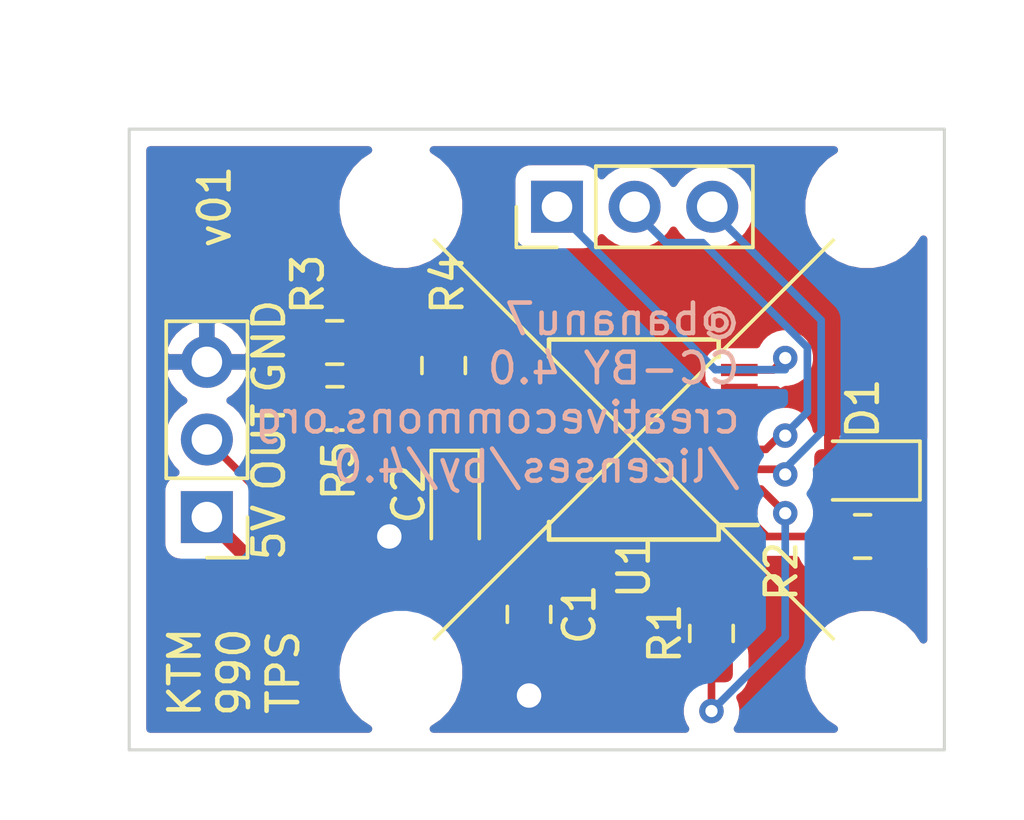
<source format=kicad_pcb>
(kicad_pcb (version 20171130) (host pcbnew "(5.1.6)-1")

  (general
    (thickness 1.6)
    (drawings 12)
    (tracks 64)
    (zones 0)
    (modules 15)
    (nets 18)
  )

  (page A4)
  (title_block
    (title "KTM 990 TPS")
    (rev v01)
    (comment 2 creativecommons.org/licenses/by/4.0)
    (comment 3 "Licence: CC BY 4.0")
    (comment 4 "Author: Bartek Banachewicz")
  )

  (layers
    (0 F.Cu signal)
    (31 B.Cu signal)
    (32 B.Adhes user)
    (33 F.Adhes user)
    (34 B.Paste user)
    (35 F.Paste user)
    (36 B.SilkS user)
    (37 F.SilkS user)
    (38 B.Mask user)
    (39 F.Mask user)
    (40 Dwgs.User user)
    (41 Cmts.User user)
    (42 Eco1.User user)
    (43 Eco2.User user)
    (44 Edge.Cuts user)
    (45 Margin user)
    (46 B.CrtYd user)
    (47 F.CrtYd user)
    (48 B.Fab user)
    (49 F.Fab user)
  )

  (setup
    (last_trace_width 0.25)
    (user_trace_width 0.5)
    (trace_clearance 0.2)
    (zone_clearance 0.508)
    (zone_45_only no)
    (trace_min 0.2)
    (via_size 0.8)
    (via_drill 0.4)
    (via_min_size 0.4)
    (via_min_drill 0.3)
    (uvia_size 0.3)
    (uvia_drill 0.1)
    (uvias_allowed no)
    (uvia_min_size 0.2)
    (uvia_min_drill 0.1)
    (edge_width 0.05)
    (segment_width 0.2)
    (pcb_text_width 0.3)
    (pcb_text_size 1.5 1.5)
    (mod_edge_width 0.12)
    (mod_text_size 1 1)
    (mod_text_width 0.15)
    (pad_size 1.524 1.524)
    (pad_drill 0.762)
    (pad_to_mask_clearance 0.05)
    (aux_axis_origin 0 0)
    (visible_elements 7FFFFFFF)
    (pcbplotparams
      (layerselection 0x010fc_ffffffff)
      (usegerberextensions false)
      (usegerberattributes true)
      (usegerberadvancedattributes true)
      (creategerberjobfile true)
      (excludeedgelayer true)
      (linewidth 0.100000)
      (plotframeref false)
      (viasonmask false)
      (mode 1)
      (useauxorigin false)
      (hpglpennumber 1)
      (hpglpenspeed 20)
      (hpglpendiameter 15.000000)
      (psnegative false)
      (psa4output false)
      (plotreference true)
      (plotvalue true)
      (plotinvisibletext false)
      (padsonsilk false)
      (subtractmaskfromsilk false)
      (outputformat 1)
      (mirror false)
      (drillshape 1)
      (scaleselection 1)
      (outputdirectory ""))
  )

  (net 0 "")
  (net 1 +5V)
  (net 2 GND)
  (net 3 TPS_OUT)
  (net 4 "Net-(U1-Pad5)")
  (net 5 "Net-(U1-Pad6)")
  (net 6 "Net-(U1-Pad9)")
  (net 7 "Net-(U1-Pad10)")
  (net 8 "Net-(U1-Pad13)")
  (net 9 "Net-(U1-Pad14)")
  (net 10 "Net-(C2-Pad1)")
  (net 11 "Net-(R1-Pad2)")
  (net 12 "Net-(D1-Pad1)")
  (net 13 "Net-(R2-Pad2)")
  (net 14 "Net-(R3-Pad2)")
  (net 15 CS)
  (net 16 PROG)
  (net 17 CLK)

  (net_class Default "This is the default net class."
    (clearance 0.2)
    (trace_width 0.25)
    (via_dia 0.8)
    (via_drill 0.4)
    (uvia_dia 0.3)
    (uvia_drill 0.1)
    (add_net +5V)
    (add_net CLK)
    (add_net CS)
    (add_net GND)
    (add_net "Net-(C2-Pad1)")
    (add_net "Net-(D1-Pad1)")
    (add_net "Net-(R1-Pad2)")
    (add_net "Net-(R2-Pad2)")
    (add_net "Net-(R3-Pad2)")
    (add_net "Net-(U1-Pad10)")
    (add_net "Net-(U1-Pad13)")
    (add_net "Net-(U1-Pad14)")
    (add_net "Net-(U1-Pad5)")
    (add_net "Net-(U1-Pad6)")
    (add_net "Net-(U1-Pad9)")
    (add_net PROG)
    (add_net TPS_OUT)
  )

  (module Connector_PinHeader_2.54mm:PinHeader_1x03_P2.54mm_Vertical (layer F.Cu) (tedit 59FED5CC) (tstamp 5FFCAA88)
    (at 137.1854 71.12 90)
    (descr "Through hole straight pin header, 1x03, 2.54mm pitch, single row")
    (tags "Through hole pin header THT 1x03 2.54mm single row")
    (path /5FFE51CC)
    (fp_text reference J2 (at -2.159 2.667 90) (layer F.SilkS) hide
      (effects (font (size 1 1) (thickness 0.15)))
    )
    (fp_text value Conn_01x03_Male (at 0 7.41 90) (layer F.Fab)
      (effects (font (size 1 1) (thickness 0.15)))
    )
    (fp_text user %R (at 0 2.54) (layer F.Fab)
      (effects (font (size 1 1) (thickness 0.15)))
    )
    (fp_line (start -0.635 -1.27) (end 1.27 -1.27) (layer F.Fab) (width 0.1))
    (fp_line (start 1.27 -1.27) (end 1.27 6.35) (layer F.Fab) (width 0.1))
    (fp_line (start 1.27 6.35) (end -1.27 6.35) (layer F.Fab) (width 0.1))
    (fp_line (start -1.27 6.35) (end -1.27 -0.635) (layer F.Fab) (width 0.1))
    (fp_line (start -1.27 -0.635) (end -0.635 -1.27) (layer F.Fab) (width 0.1))
    (fp_line (start -1.33 6.41) (end 1.33 6.41) (layer F.SilkS) (width 0.12))
    (fp_line (start -1.33 1.27) (end -1.33 6.41) (layer F.SilkS) (width 0.12))
    (fp_line (start 1.33 1.27) (end 1.33 6.41) (layer F.SilkS) (width 0.12))
    (fp_line (start -1.33 1.27) (end 1.33 1.27) (layer F.SilkS) (width 0.12))
    (fp_line (start -1.33 0) (end -1.33 -1.33) (layer F.SilkS) (width 0.12))
    (fp_line (start -1.33 -1.33) (end 0 -1.33) (layer F.SilkS) (width 0.12))
    (fp_line (start -1.8 -1.8) (end -1.8 6.85) (layer F.CrtYd) (width 0.05))
    (fp_line (start -1.8 6.85) (end 1.8 6.85) (layer F.CrtYd) (width 0.05))
    (fp_line (start 1.8 6.85) (end 1.8 -1.8) (layer F.CrtYd) (width 0.05))
    (fp_line (start 1.8 -1.8) (end -1.8 -1.8) (layer F.CrtYd) (width 0.05))
    (pad 3 thru_hole oval (at 0 5.08 90) (size 1.7 1.7) (drill 1) (layers *.Cu *.Mask)
      (net 15 CS))
    (pad 2 thru_hole oval (at 0 2.54 90) (size 1.7 1.7) (drill 1) (layers *.Cu *.Mask)
      (net 17 CLK))
    (pad 1 thru_hole rect (at 0 0 90) (size 1.7 1.7) (drill 1) (layers *.Cu *.Mask)
      (net 16 PROG))
    (model ${KISYS3DMOD}/Connector_PinHeader_2.54mm.3dshapes/PinHeader_1x03_P2.54mm_Vertical.wrl
      (at (xyz 0 0 0))
      (scale (xyz 1 1 1))
      (rotate (xyz 0 0 0))
    )
  )

  (module Capacitor_SMD:C_0805_2012Metric_Pad1.15x1.40mm_HandSolder (layer F.Cu) (tedit 5B36C52B) (tstamp 5FFACF0E)
    (at 136.271 84.464 270)
    (descr "Capacitor SMD 0805 (2012 Metric), square (rectangular) end terminal, IPC_7351 nominal with elongated pad for handsoldering. (Body size source: https://docs.google.com/spreadsheets/d/1BsfQQcO9C6DZCsRaXUlFlo91Tg2WpOkGARC1WS5S8t0/edit?usp=sharing), generated with kicad-footprint-generator")
    (tags "capacitor handsolder")
    (path /5FFA7084)
    (attr smd)
    (fp_text reference C1 (at 0 -1.65 90) (layer F.SilkS)
      (effects (font (size 1 1) (thickness 0.15)))
    )
    (fp_text value 100n (at 0 1.65 90) (layer F.Fab)
      (effects (font (size 1 1) (thickness 0.15)))
    )
    (fp_line (start -1 0.6) (end -1 -0.6) (layer F.Fab) (width 0.1))
    (fp_line (start -1 -0.6) (end 1 -0.6) (layer F.Fab) (width 0.1))
    (fp_line (start 1 -0.6) (end 1 0.6) (layer F.Fab) (width 0.1))
    (fp_line (start 1 0.6) (end -1 0.6) (layer F.Fab) (width 0.1))
    (fp_line (start -0.261252 -0.71) (end 0.261252 -0.71) (layer F.SilkS) (width 0.12))
    (fp_line (start -0.261252 0.71) (end 0.261252 0.71) (layer F.SilkS) (width 0.12))
    (fp_line (start -1.85 0.95) (end -1.85 -0.95) (layer F.CrtYd) (width 0.05))
    (fp_line (start -1.85 -0.95) (end 1.85 -0.95) (layer F.CrtYd) (width 0.05))
    (fp_line (start 1.85 -0.95) (end 1.85 0.95) (layer F.CrtYd) (width 0.05))
    (fp_line (start 1.85 0.95) (end -1.85 0.95) (layer F.CrtYd) (width 0.05))
    (fp_text user %R (at 0 0 90) (layer F.Fab)
      (effects (font (size 0.5 0.5) (thickness 0.08)))
    )
    (pad 1 smd roundrect (at -1.025 0 270) (size 1.15 1.4) (layers F.Cu F.Paste F.Mask) (roundrect_rratio 0.217391)
      (net 1 +5V))
    (pad 2 smd roundrect (at 1.025 0 270) (size 1.15 1.4) (layers F.Cu F.Paste F.Mask) (roundrect_rratio 0.217391)
      (net 2 GND))
    (model ${KISYS3DMOD}/Capacitor_SMD.3dshapes/C_0805_2012Metric.wrl
      (at (xyz 0 0 0))
      (scale (xyz 1 1 1))
      (rotate (xyz 0 0 0))
    )
  )

  (module Capacitor_Tantalum_SMD:CP_EIA-2012-15_AVX-P_Pad1.30x1.05mm_HandSolder (layer F.Cu) (tedit 5B301BBE) (tstamp 5FFAD90E)
    (at 133.858 80.985 270)
    (descr "Tantalum Capacitor SMD AVX-P (2012-15 Metric), IPC_7351 nominal, (Body size from: https://www.vishay.com/docs/40182/tmch.pdf), generated with kicad-footprint-generator")
    (tags "capacitor tantalum")
    (path /5FFC18EB)
    (attr smd)
    (fp_text reference C2 (at -0.467 1.524 90) (layer F.SilkS)
      (effects (font (size 1 1) (thickness 0.15)))
    )
    (fp_text value 1...10uF (at 0 1.58 90) (layer F.Fab)
      (effects (font (size 1 1) (thickness 0.15)))
    )
    (fp_line (start 1 -0.625) (end -0.6875 -0.625) (layer F.Fab) (width 0.1))
    (fp_line (start -0.6875 -0.625) (end -1 -0.3125) (layer F.Fab) (width 0.1))
    (fp_line (start -1 -0.3125) (end -1 0.625) (layer F.Fab) (width 0.1))
    (fp_line (start -1 0.625) (end 1 0.625) (layer F.Fab) (width 0.1))
    (fp_line (start 1 0.625) (end 1 -0.625) (layer F.Fab) (width 0.1))
    (fp_line (start 1 -0.785) (end -1.885 -0.785) (layer F.SilkS) (width 0.12))
    (fp_line (start -1.885 -0.785) (end -1.885 0.785) (layer F.SilkS) (width 0.12))
    (fp_line (start -1.885 0.785) (end 1 0.785) (layer F.SilkS) (width 0.12))
    (fp_line (start -1.88 0.88) (end -1.88 -0.88) (layer F.CrtYd) (width 0.05))
    (fp_line (start -1.88 -0.88) (end 1.88 -0.88) (layer F.CrtYd) (width 0.05))
    (fp_line (start 1.88 -0.88) (end 1.88 0.88) (layer F.CrtYd) (width 0.05))
    (fp_line (start 1.88 0.88) (end -1.88 0.88) (layer F.CrtYd) (width 0.05))
    (fp_text user %R (at 0 0 90) (layer F.Fab)
      (effects (font (size 0.5 0.5) (thickness 0.08)))
    )
    (pad 2 smd roundrect (at 0.975 0 270) (size 1.3 1.05) (layers F.Cu F.Paste F.Mask) (roundrect_rratio 0.238095)
      (net 2 GND))
    (pad 1 smd roundrect (at -0.975 0 270) (size 1.3 1.05) (layers F.Cu F.Paste F.Mask) (roundrect_rratio 0.238095)
      (net 10 "Net-(C2-Pad1)"))
    (model ${KISYS3DMOD}/Capacitor_Tantalum_SMD.3dshapes/CP_EIA-2012-15_AVX-P.wrl
      (at (xyz 0 0 0))
      (scale (xyz 1 1 1))
      (rotate (xyz 0 0 0))
    )
  )

  (module Resistor_SMD:R_0805_2012Metric_Pad1.15x1.40mm_HandSolder (layer F.Cu) (tedit 5B36C52B) (tstamp 5FFAFDD2)
    (at 133.477 76.318 270)
    (descr "Resistor SMD 0805 (2012 Metric), square (rectangular) end terminal, IPC_7351 nominal with elongated pad for handsoldering. (Body size source: https://docs.google.com/spreadsheets/d/1BsfQQcO9C6DZCsRaXUlFlo91Tg2WpOkGARC1WS5S8t0/edit?usp=sharing), generated with kicad-footprint-generator")
    (tags "resistor handsolder")
    (path /5FFEB5C5)
    (attr smd)
    (fp_text reference R4 (at -2.658 -0.127 90) (layer F.SilkS)
      (effects (font (size 1 1) (thickness 0.15)))
    )
    (fp_text value "2.8k 1%" (at 0 1.65 90) (layer F.Fab)
      (effects (font (size 1 1) (thickness 0.15)))
    )
    (fp_line (start 1.85 0.95) (end -1.85 0.95) (layer F.CrtYd) (width 0.05))
    (fp_line (start 1.85 -0.95) (end 1.85 0.95) (layer F.CrtYd) (width 0.05))
    (fp_line (start -1.85 -0.95) (end 1.85 -0.95) (layer F.CrtYd) (width 0.05))
    (fp_line (start -1.85 0.95) (end -1.85 -0.95) (layer F.CrtYd) (width 0.05))
    (fp_line (start -0.261252 0.71) (end 0.261252 0.71) (layer F.SilkS) (width 0.12))
    (fp_line (start -0.261252 -0.71) (end 0.261252 -0.71) (layer F.SilkS) (width 0.12))
    (fp_line (start 1 0.6) (end -1 0.6) (layer F.Fab) (width 0.1))
    (fp_line (start 1 -0.6) (end 1 0.6) (layer F.Fab) (width 0.1))
    (fp_line (start -1 -0.6) (end 1 -0.6) (layer F.Fab) (width 0.1))
    (fp_line (start -1 0.6) (end -1 -0.6) (layer F.Fab) (width 0.1))
    (fp_text user %R (at 0 0 90) (layer F.Fab)
      (effects (font (size 0.5 0.5) (thickness 0.08)))
    )
    (pad 2 smd roundrect (at 1.025 0 270) (size 1.15 1.4) (layers F.Cu F.Paste F.Mask) (roundrect_rratio 0.217391)
      (net 3 TPS_OUT))
    (pad 1 smd roundrect (at -1.025 0 270) (size 1.15 1.4) (layers F.Cu F.Paste F.Mask) (roundrect_rratio 0.217391)
      (net 14 "Net-(R3-Pad2)"))
    (model ${KISYS3DMOD}/Resistor_SMD.3dshapes/R_0805_2012Metric.wrl
      (at (xyz 0 0 0))
      (scale (xyz 1 1 1))
      (rotate (xyz 0 0 0))
    )
  )

  (module Resistor_SMD:R_0805_2012Metric_Pad1.15x1.40mm_HandSolder (layer F.Cu) (tedit 5B36C52B) (tstamp 5FFAFDC1)
    (at 129.912 75.565)
    (descr "Resistor SMD 0805 (2012 Metric), square (rectangular) end terminal, IPC_7351 nominal with elongated pad for handsoldering. (Body size source: https://docs.google.com/spreadsheets/d/1BsfQQcO9C6DZCsRaXUlFlo91Tg2WpOkGARC1WS5S8t0/edit?usp=sharing), generated with kicad-footprint-generator")
    (tags "resistor handsolder")
    (path /5FFF43E3)
    (attr smd)
    (fp_text reference R3 (at -0.88 -1.905 90) (layer F.SilkS)
      (effects (font (size 1 1) (thickness 0.15)))
    )
    (fp_text value "10k 1%" (at 0 1.65) (layer F.Fab)
      (effects (font (size 1 1) (thickness 0.15)))
    )
    (fp_line (start 1.85 0.95) (end -1.85 0.95) (layer F.CrtYd) (width 0.05))
    (fp_line (start 1.85 -0.95) (end 1.85 0.95) (layer F.CrtYd) (width 0.05))
    (fp_line (start -1.85 -0.95) (end 1.85 -0.95) (layer F.CrtYd) (width 0.05))
    (fp_line (start -1.85 0.95) (end -1.85 -0.95) (layer F.CrtYd) (width 0.05))
    (fp_line (start -0.261252 0.71) (end 0.261252 0.71) (layer F.SilkS) (width 0.12))
    (fp_line (start -0.261252 -0.71) (end 0.261252 -0.71) (layer F.SilkS) (width 0.12))
    (fp_line (start 1 0.6) (end -1 0.6) (layer F.Fab) (width 0.1))
    (fp_line (start 1 -0.6) (end 1 0.6) (layer F.Fab) (width 0.1))
    (fp_line (start -1 -0.6) (end 1 -0.6) (layer F.Fab) (width 0.1))
    (fp_line (start -1 0.6) (end -1 -0.6) (layer F.Fab) (width 0.1))
    (fp_text user %R (at 0 0) (layer F.Fab)
      (effects (font (size 0.5 0.5) (thickness 0.08)))
    )
    (pad 2 smd roundrect (at 1.025 0) (size 1.15 1.4) (layers F.Cu F.Paste F.Mask) (roundrect_rratio 0.217391)
      (net 14 "Net-(R3-Pad2)"))
    (pad 1 smd roundrect (at -1.025 0) (size 1.15 1.4) (layers F.Cu F.Paste F.Mask) (roundrect_rratio 0.217391)
      (net 2 GND))
    (model ${KISYS3DMOD}/Resistor_SMD.3dshapes/R_0805_2012Metric.wrl
      (at (xyz 0 0 0))
      (scale (xyz 1 1 1))
      (rotate (xyz 0 0 0))
    )
  )

  (module Connector_PinHeader_2.54mm:PinHeader_1x03_P2.54mm_Vertical (layer F.Cu) (tedit 59FED5CC) (tstamp 5FFCACFD)
    (at 125.73 81.28 180)
    (descr "Through hole straight pin header, 1x03, 2.54mm pitch, single row")
    (tags "Through hole pin header THT 1x03 2.54mm single row")
    (path /5FFACE3B)
    (fp_text reference J1 (at 0 -2.33 90) (layer F.SilkS) hide
      (effects (font (size 1 1) (thickness 0.15)))
    )
    (fp_text value Conn_01x03_Male (at 0 7.41) (layer F.Fab)
      (effects (font (size 1 1) (thickness 0.15)))
    )
    (fp_text user %R (at 0 2.54) (layer F.Fab)
      (effects (font (size 1 1) (thickness 0.15)))
    )
    (fp_line (start -0.635 -1.27) (end 1.27 -1.27) (layer F.Fab) (width 0.1))
    (fp_line (start 1.27 -1.27) (end 1.27 6.35) (layer F.Fab) (width 0.1))
    (fp_line (start 1.27 6.35) (end -1.27 6.35) (layer F.Fab) (width 0.1))
    (fp_line (start -1.27 6.35) (end -1.27 -0.635) (layer F.Fab) (width 0.1))
    (fp_line (start -1.27 -0.635) (end -0.635 -1.27) (layer F.Fab) (width 0.1))
    (fp_line (start -1.33 6.41) (end 1.33 6.41) (layer F.SilkS) (width 0.12))
    (fp_line (start -1.33 1.27) (end -1.33 6.41) (layer F.SilkS) (width 0.12))
    (fp_line (start 1.33 1.27) (end 1.33 6.41) (layer F.SilkS) (width 0.12))
    (fp_line (start -1.33 1.27) (end 1.33 1.27) (layer F.SilkS) (width 0.12))
    (fp_line (start -1.33 0) (end -1.33 -1.33) (layer F.SilkS) (width 0.12))
    (fp_line (start -1.33 -1.33) (end 0 -1.33) (layer F.SilkS) (width 0.12))
    (fp_line (start -1.8 -1.8) (end -1.8 6.85) (layer F.CrtYd) (width 0.05))
    (fp_line (start -1.8 6.85) (end 1.8 6.85) (layer F.CrtYd) (width 0.05))
    (fp_line (start 1.8 6.85) (end 1.8 -1.8) (layer F.CrtYd) (width 0.05))
    (fp_line (start 1.8 -1.8) (end -1.8 -1.8) (layer F.CrtYd) (width 0.05))
    (pad 3 thru_hole oval (at 0 5.08 180) (size 1.7 1.7) (drill 1) (layers *.Cu *.Mask)
      (net 2 GND))
    (pad 2 thru_hole oval (at 0 2.54 180) (size 1.7 1.7) (drill 1) (layers *.Cu *.Mask)
      (net 3 TPS_OUT))
    (pad 1 thru_hole rect (at 0 0 180) (size 1.7 1.7) (drill 1) (layers *.Cu *.Mask)
      (net 1 +5V))
    (model ${KISYS3DMOD}/Connector_PinHeader_2.54mm.3dshapes/PinHeader_1x03_P2.54mm_Vertical.wrl
      (at (xyz 0 0 0))
      (scale (xyz 1 1 1))
      (rotate (xyz 0 0 0))
    )
  )

  (module Resistor_SMD:R_0805_2012Metric_Pad1.15x1.40mm_HandSolder (layer F.Cu) (tedit 5B36C52B) (tstamp 5FFAFDE3)
    (at 129.921 77.724)
    (descr "Resistor SMD 0805 (2012 Metric), square (rectangular) end terminal, IPC_7351 nominal with elongated pad for handsoldering. (Body size source: https://docs.google.com/spreadsheets/d/1BsfQQcO9C6DZCsRaXUlFlo91Tg2WpOkGARC1WS5S8t0/edit?usp=sharing), generated with kicad-footprint-generator")
    (tags "resistor handsolder")
    (path /5FFF8541)
    (attr smd)
    (fp_text reference R5 (at 0.127 2.032 90) (layer F.SilkS)
      (effects (font (size 1 1) (thickness 0.15)))
    )
    (fp_text value 0-DNP (at 0 1.65) (layer F.Fab)
      (effects (font (size 1 1) (thickness 0.15)))
    )
    (fp_line (start 1.85 0.95) (end -1.85 0.95) (layer F.CrtYd) (width 0.05))
    (fp_line (start 1.85 -0.95) (end 1.85 0.95) (layer F.CrtYd) (width 0.05))
    (fp_line (start -1.85 -0.95) (end 1.85 -0.95) (layer F.CrtYd) (width 0.05))
    (fp_line (start -1.85 0.95) (end -1.85 -0.95) (layer F.CrtYd) (width 0.05))
    (fp_line (start -0.261252 0.71) (end 0.261252 0.71) (layer F.SilkS) (width 0.12))
    (fp_line (start -0.261252 -0.71) (end 0.261252 -0.71) (layer F.SilkS) (width 0.12))
    (fp_line (start 1 0.6) (end -1 0.6) (layer F.Fab) (width 0.1))
    (fp_line (start 1 -0.6) (end 1 0.6) (layer F.Fab) (width 0.1))
    (fp_line (start -1 -0.6) (end 1 -0.6) (layer F.Fab) (width 0.1))
    (fp_line (start -1 0.6) (end -1 -0.6) (layer F.Fab) (width 0.1))
    (fp_text user %R (at 0 0 270) (layer F.Fab)
      (effects (font (size 0.5 0.5) (thickness 0.08)))
    )
    (pad 2 smd roundrect (at 1.025 0) (size 1.15 1.4) (layers F.Cu F.Paste F.Mask) (roundrect_rratio 0.217391)
      (net 14 "Net-(R3-Pad2)"))
    (pad 1 smd roundrect (at -1.025 0) (size 1.15 1.4) (layers F.Cu F.Paste F.Mask) (roundrect_rratio 0.217391)
      (net 2 GND))
    (model ${KISYS3DMOD}/Resistor_SMD.3dshapes/R_0805_2012Metric.wrl
      (at (xyz 0 0 0))
      (scale (xyz 1 1 1))
      (rotate (xyz 0 0 0))
    )
  )

  (module Resistor_SMD:R_0805_2012Metric_Pad1.15x1.40mm_HandSolder (layer F.Cu) (tedit 5B36C52B) (tstamp 5FFAF87A)
    (at 147.184 81.915 180)
    (descr "Resistor SMD 0805 (2012 Metric), square (rectangular) end terminal, IPC_7351 nominal with elongated pad for handsoldering. (Body size source: https://docs.google.com/spreadsheets/d/1BsfQQcO9C6DZCsRaXUlFlo91Tg2WpOkGARC1WS5S8t0/edit?usp=sharing), generated with kicad-footprint-generator")
    (tags "resistor handsolder")
    (path /5FFDC8BC)
    (attr smd)
    (fp_text reference R2 (at 2.658 -1.143 90) (layer F.SilkS)
      (effects (font (size 1 1) (thickness 0.15)))
    )
    (fp_text value 1k (at 0 1.65) (layer F.Fab)
      (effects (font (size 1 1) (thickness 0.15)))
    )
    (fp_line (start 1.85 0.95) (end -1.85 0.95) (layer F.CrtYd) (width 0.05))
    (fp_line (start 1.85 -0.95) (end 1.85 0.95) (layer F.CrtYd) (width 0.05))
    (fp_line (start -1.85 -0.95) (end 1.85 -0.95) (layer F.CrtYd) (width 0.05))
    (fp_line (start -1.85 0.95) (end -1.85 -0.95) (layer F.CrtYd) (width 0.05))
    (fp_line (start -0.261252 0.71) (end 0.261252 0.71) (layer F.SilkS) (width 0.12))
    (fp_line (start -0.261252 -0.71) (end 0.261252 -0.71) (layer F.SilkS) (width 0.12))
    (fp_line (start 1 0.6) (end -1 0.6) (layer F.Fab) (width 0.1))
    (fp_line (start 1 -0.6) (end 1 0.6) (layer F.Fab) (width 0.1))
    (fp_line (start -1 -0.6) (end 1 -0.6) (layer F.Fab) (width 0.1))
    (fp_line (start -1 0.6) (end -1 -0.6) (layer F.Fab) (width 0.1))
    (fp_text user %R (at 0 0) (layer F.Fab)
      (effects (font (size 0.5 0.5) (thickness 0.08)))
    )
    (pad 2 smd roundrect (at 1.025 0 180) (size 1.15 1.4) (layers F.Cu F.Paste F.Mask) (roundrect_rratio 0.217391)
      (net 13 "Net-(R2-Pad2)"))
    (pad 1 smd roundrect (at -1.025 0 180) (size 1.15 1.4) (layers F.Cu F.Paste F.Mask) (roundrect_rratio 0.217391)
      (net 12 "Net-(D1-Pad1)"))
    (model ${KISYS3DMOD}/Resistor_SMD.3dshapes/R_0805_2012Metric.wrl
      (at (xyz 0 0 0))
      (scale (xyz 1 1 1))
      (rotate (xyz 0 0 0))
    )
  )

  (module LED_SMD:LED_0805_2012Metric_Pad1.15x1.40mm_HandSolder (layer F.Cu) (tedit 5B4B45C9) (tstamp 5FFAF7E5)
    (at 147.202 79.756 180)
    (descr "LED SMD 0805 (2012 Metric), square (rectangular) end terminal, IPC_7351 nominal, (Body size source: https://docs.google.com/spreadsheets/d/1BsfQQcO9C6DZCsRaXUlFlo91Tg2WpOkGARC1WS5S8t0/edit?usp=sharing), generated with kicad-footprint-generator")
    (tags "LED handsolder")
    (path /5FFD7B08)
    (attr smd)
    (fp_text reference D1 (at 0.009 2.032 90) (layer F.SilkS)
      (effects (font (size 1 1) (thickness 0.15)))
    )
    (fp_text value LED (at 0 1.65) (layer F.Fab)
      (effects (font (size 1 1) (thickness 0.15)))
    )
    (fp_line (start 1.85 0.95) (end -1.85 0.95) (layer F.CrtYd) (width 0.05))
    (fp_line (start 1.85 -0.95) (end 1.85 0.95) (layer F.CrtYd) (width 0.05))
    (fp_line (start -1.85 -0.95) (end 1.85 -0.95) (layer F.CrtYd) (width 0.05))
    (fp_line (start -1.85 0.95) (end -1.85 -0.95) (layer F.CrtYd) (width 0.05))
    (fp_line (start -1.86 0.96) (end 1 0.96) (layer F.SilkS) (width 0.12))
    (fp_line (start -1.86 -0.96) (end -1.86 0.96) (layer F.SilkS) (width 0.12))
    (fp_line (start 1 -0.96) (end -1.86 -0.96) (layer F.SilkS) (width 0.12))
    (fp_line (start 1 0.6) (end 1 -0.6) (layer F.Fab) (width 0.1))
    (fp_line (start -1 0.6) (end 1 0.6) (layer F.Fab) (width 0.1))
    (fp_line (start -1 -0.3) (end -1 0.6) (layer F.Fab) (width 0.1))
    (fp_line (start -0.7 -0.6) (end -1 -0.3) (layer F.Fab) (width 0.1))
    (fp_line (start 1 -0.6) (end -0.7 -0.6) (layer F.Fab) (width 0.1))
    (fp_text user %R (at 0 0) (layer F.Fab)
      (effects (font (size 0.5 0.5) (thickness 0.08)))
    )
    (pad 2 smd roundrect (at 1.025 0 180) (size 1.15 1.4) (layers F.Cu F.Paste F.Mask) (roundrect_rratio 0.217391)
      (net 2 GND))
    (pad 1 smd roundrect (at -1.025 0 180) (size 1.15 1.4) (layers F.Cu F.Paste F.Mask) (roundrect_rratio 0.217391)
      (net 12 "Net-(D1-Pad1)"))
    (model ${KISYS3DMOD}/LED_SMD.3dshapes/LED_0805_2012Metric.wrl
      (at (xyz 0 0 0))
      (scale (xyz 1 1 1))
      (rotate (xyz 0 0 0))
    )
  )

  (module Package_SO:SSOP-16_5.3x6.2mm_P0.65mm (layer F.Cu) (tedit 5A02F25C) (tstamp 5FFAED99)
    (at 139.7 78.74 180)
    (descr "SSOP16: plastic shrink small outline package; 16 leads; body width 5.3 mm; (see NXP SSOP-TSSOP-VSO-REFLOW.pdf and sot338-1_po.pdf)")
    (tags "SSOP 0.65")
    (path /5FFA294F)
    (attr smd)
    (fp_text reference U1 (at 0 -4.2 90) (layer F.SilkS)
      (effects (font (size 1 1) (thickness 0.15)))
    )
    (fp_text value AS5043 (at 0 4.2) (layer F.Fab)
      (effects (font (size 1 1) (thickness 0.15)))
    )
    (fp_line (start -1.65 -3.1) (end 2.65 -3.1) (layer F.Fab) (width 0.15))
    (fp_line (start 2.65 -3.1) (end 2.65 3.1) (layer F.Fab) (width 0.15))
    (fp_line (start 2.65 3.1) (end -2.65 3.1) (layer F.Fab) (width 0.15))
    (fp_line (start -2.65 3.1) (end -2.65 -2.1) (layer F.Fab) (width 0.15))
    (fp_line (start -2.65 -2.1) (end -1.65 -3.1) (layer F.Fab) (width 0.15))
    (fp_line (start -4.3 -3.45) (end -4.3 3.45) (layer F.CrtYd) (width 0.05))
    (fp_line (start 4.3 -3.45) (end 4.3 3.45) (layer F.CrtYd) (width 0.05))
    (fp_line (start -4.3 -3.45) (end 4.3 -3.45) (layer F.CrtYd) (width 0.05))
    (fp_line (start -4.3 3.45) (end 4.3 3.45) (layer F.CrtYd) (width 0.05))
    (fp_line (start -2.775 -3.275) (end -2.775 -2.8) (layer F.SilkS) (width 0.15))
    (fp_line (start 2.775 -3.275) (end 2.775 -2.7) (layer F.SilkS) (width 0.15))
    (fp_line (start 2.775 3.275) (end 2.775 2.7) (layer F.SilkS) (width 0.15))
    (fp_line (start -2.775 3.275) (end -2.775 2.7) (layer F.SilkS) (width 0.15))
    (fp_line (start -2.775 -3.275) (end 2.775 -3.275) (layer F.SilkS) (width 0.15))
    (fp_line (start -2.775 3.275) (end 2.775 3.275) (layer F.SilkS) (width 0.15))
    (fp_line (start -2.775 -2.8) (end -4.05 -2.8) (layer F.SilkS) (width 0.15))
    (fp_text user %R (at 0 0) (layer F.Fab)
      (effects (font (size 0.8 0.8) (thickness 0.15)))
    )
    (pad 1 smd rect (at -3.45 -2.275 180) (size 1.2 0.4) (layers F.Cu F.Paste F.Mask)
      (net 13 "Net-(R2-Pad2)"))
    (pad 2 smd rect (at -3.45 -1.625 180) (size 1.2 0.4) (layers F.Cu F.Paste F.Mask)
      (net 11 "Net-(R1-Pad2)"))
    (pad 3 smd rect (at -3.45 -0.975 180) (size 1.2 0.4) (layers F.Cu F.Paste F.Mask)
      (net 15 CS))
    (pad 4 smd rect (at -3.45 -0.325 180) (size 1.2 0.4) (layers F.Cu F.Paste F.Mask)
      (net 17 CLK))
    (pad 5 smd rect (at -3.45 0.325 180) (size 1.2 0.4) (layers F.Cu F.Paste F.Mask)
      (net 4 "Net-(U1-Pad5)"))
    (pad 6 smd rect (at -3.45 0.975 180) (size 1.2 0.4) (layers F.Cu F.Paste F.Mask)
      (net 5 "Net-(U1-Pad6)"))
    (pad 7 smd rect (at -3.45 1.625 180) (size 1.2 0.4) (layers F.Cu F.Paste F.Mask)
      (net 2 GND))
    (pad 8 smd rect (at -3.45 2.275 180) (size 1.2 0.4) (layers F.Cu F.Paste F.Mask)
      (net 16 PROG))
    (pad 9 smd rect (at 3.45 2.275 180) (size 1.2 0.4) (layers F.Cu F.Paste F.Mask)
      (net 6 "Net-(U1-Pad9)"))
    (pad 10 smd rect (at 3.45 1.625 180) (size 1.2 0.4) (layers F.Cu F.Paste F.Mask)
      (net 7 "Net-(U1-Pad10)"))
    (pad 11 smd rect (at 3.45 0.975 180) (size 1.2 0.4) (layers F.Cu F.Paste F.Mask)
      (net 14 "Net-(R3-Pad2)"))
    (pad 12 smd rect (at 3.45 0.325 180) (size 1.2 0.4) (layers F.Cu F.Paste F.Mask)
      (net 3 TPS_OUT))
    (pad 13 smd rect (at 3.45 -0.325 180) (size 1.2 0.4) (layers F.Cu F.Paste F.Mask)
      (net 8 "Net-(U1-Pad13)"))
    (pad 14 smd rect (at 3.45 -0.975 180) (size 1.2 0.4) (layers F.Cu F.Paste F.Mask)
      (net 9 "Net-(U1-Pad14)"))
    (pad 15 smd rect (at 3.45 -1.625 180) (size 1.2 0.4) (layers F.Cu F.Paste F.Mask)
      (net 10 "Net-(C2-Pad1)"))
    (pad 16 smd rect (at 3.45 -2.275 180) (size 1.2 0.4) (layers F.Cu F.Paste F.Mask)
      (net 1 +5V))
    (model ${KISYS3DMOD}/Package_SO.3dshapes/SSOP-16_5.3x6.2mm_P0.65mm.wrl
      (at (xyz 0 0 0))
      (scale (xyz 1 1 1))
      (rotate (xyz 0 0 0))
    )
  )

  (module Resistor_SMD:R_0805_2012Metric_Pad1.15x1.40mm_HandSolder (layer F.Cu) (tedit 5B36C52B) (tstamp 5FFADC13)
    (at 142.24 85.09 270)
    (descr "Resistor SMD 0805 (2012 Metric), square (rectangular) end terminal, IPC_7351 nominal with elongated pad for handsoldering. (Body size source: https://docs.google.com/spreadsheets/d/1BsfQQcO9C6DZCsRaXUlFlo91Tg2WpOkGARC1WS5S8t0/edit?usp=sharing), generated with kicad-footprint-generator")
    (tags "resistor handsolder")
    (path /5FFB83EB)
    (attr smd)
    (fp_text reference R1 (at 0 1.524 90) (layer F.SilkS)
      (effects (font (size 1 1) (thickness 0.15)))
    )
    (fp_text value 0 (at 0 1.65 90) (layer F.Fab)
      (effects (font (size 1 1) (thickness 0.15)))
    )
    (fp_line (start 1.85 0.95) (end -1.85 0.95) (layer F.CrtYd) (width 0.05))
    (fp_line (start 1.85 -0.95) (end 1.85 0.95) (layer F.CrtYd) (width 0.05))
    (fp_line (start -1.85 -0.95) (end 1.85 -0.95) (layer F.CrtYd) (width 0.05))
    (fp_line (start -1.85 0.95) (end -1.85 -0.95) (layer F.CrtYd) (width 0.05))
    (fp_line (start -0.261252 0.71) (end 0.261252 0.71) (layer F.SilkS) (width 0.12))
    (fp_line (start -0.261252 -0.71) (end 0.261252 -0.71) (layer F.SilkS) (width 0.12))
    (fp_line (start 1 0.6) (end -1 0.6) (layer F.Fab) (width 0.1))
    (fp_line (start 1 -0.6) (end 1 0.6) (layer F.Fab) (width 0.1))
    (fp_line (start -1 -0.6) (end 1 -0.6) (layer F.Fab) (width 0.1))
    (fp_line (start -1 0.6) (end -1 -0.6) (layer F.Fab) (width 0.1))
    (fp_text user %R (at 0 0 90) (layer F.Fab)
      (effects (font (size 0.5 0.5) (thickness 0.08)))
    )
    (pad 2 smd roundrect (at 1.025 0 270) (size 1.15 1.4) (layers F.Cu F.Paste F.Mask) (roundrect_rratio 0.217391)
      (net 11 "Net-(R1-Pad2)"))
    (pad 1 smd roundrect (at -1.025 0 270) (size 1.15 1.4) (layers F.Cu F.Paste F.Mask) (roundrect_rratio 0.217391)
      (net 1 +5V))
    (model ${KISYS3DMOD}/Resistor_SMD.3dshapes/R_0805_2012Metric.wrl
      (at (xyz 0 0 0))
      (scale (xyz 1 1 1))
      (rotate (xyz 0 0 0))
    )
  )

  (module MountingHole:MountingHole_3mm (layer F.Cu) (tedit 56D1B4CB) (tstamp 5FFC9F85)
    (at 147.32 71.12)
    (descr "Mounting Hole 3mm, no annular")
    (tags "mounting hole 3mm no annular")
    (path /5FFAD2B2)
    (attr virtual)
    (fp_text reference H1 (at 0 -4) (layer F.SilkS) hide
      (effects (font (size 1 1) (thickness 0.15)))
    )
    (fp_text value MountingHole (at 0 4) (layer F.Fab)
      (effects (font (size 1 1) (thickness 0.15)))
    )
    (fp_circle (center 0 0) (end 3 0) (layer Cmts.User) (width 0.15))
    (fp_circle (center 0 0) (end 3.25 0) (layer F.CrtYd) (width 0.05))
    (fp_text user %R (at 0.3 0) (layer F.Fab)
      (effects (font (size 1 1) (thickness 0.15)))
    )
    (pad 1 np_thru_hole circle (at 0 0) (size 3 3) (drill 3) (layers *.Cu *.Mask))
  )

  (module MountingHole:MountingHole_3mm (layer F.Cu) (tedit 56D1B4CB) (tstamp 5FFAF30D)
    (at 132.08 86.36)
    (descr "Mounting Hole 3mm, no annular")
    (tags "mounting hole 3mm no annular")
    (path /5FFADA0C)
    (attr virtual)
    (fp_text reference H2 (at 0 -4 90) (layer F.SilkS) hide
      (effects (font (size 1 1) (thickness 0.15)))
    )
    (fp_text value MountingHole (at 0 4) (layer F.Fab)
      (effects (font (size 1 1) (thickness 0.15)))
    )
    (fp_circle (center 0 0) (end 3.25 0) (layer F.CrtYd) (width 0.05))
    (fp_circle (center 0 0) (end 3 0) (layer Cmts.User) (width 0.15))
    (fp_text user %R (at 0.3 0) (layer F.Fab)
      (effects (font (size 1 1) (thickness 0.15)))
    )
    (pad 1 np_thru_hole circle (at 0 0) (size 3 3) (drill 3) (layers *.Cu *.Mask))
  )

  (module MountingHole:MountingHole_3mm (layer F.Cu) (tedit 56D1B4CB) (tstamp 5FFAF507)
    (at 132.08 71.12)
    (descr "Mounting Hole 3mm, no annular")
    (tags "mounting hole 3mm no annular")
    (path /5FFADB39)
    (attr virtual)
    (fp_text reference H3 (at -4.191 -1.524) (layer F.SilkS) hide
      (effects (font (size 1 1) (thickness 0.15)))
    )
    (fp_text value MountingHole (at 0 4) (layer F.Fab)
      (effects (font (size 1 1) (thickness 0.15)))
    )
    (fp_circle (center 0 0) (end 3 0) (layer Cmts.User) (width 0.15))
    (fp_circle (center 0 0) (end 3.25 0) (layer F.CrtYd) (width 0.05))
    (fp_text user %R (at 0.3 0) (layer F.Fab)
      (effects (font (size 1 1) (thickness 0.15)))
    )
    (pad 1 np_thru_hole circle (at 0 0) (size 3 3) (drill 3) (layers *.Cu *.Mask))
  )

  (module MountingHole:MountingHole_3mm (layer F.Cu) (tedit 56D1B4CB) (tstamp 5FFADA4A)
    (at 147.32 86.36)
    (descr "Mounting Hole 3mm, no annular")
    (tags "mounting hole 3mm no annular")
    (path /5FFADE26)
    (attr virtual)
    (fp_text reference H4 (at 1.524 -2.159) (layer F.SilkS) hide
      (effects (font (size 1 1) (thickness 0.15)))
    )
    (fp_text value MountingHole (at 0 4) (layer F.Fab)
      (effects (font (size 1 1) (thickness 0.15)))
    )
    (fp_circle (center 0 0) (end 3.25 0) (layer F.CrtYd) (width 0.05))
    (fp_circle (center 0 0) (end 3 0) (layer Cmts.User) (width 0.15))
    (fp_text user %R (at 0.3 0) (layer F.Fab)
      (effects (font (size 1 1) (thickness 0.15)))
    )
    (pad 1 np_thru_hole circle (at 0 0) (size 3 3) (drill 3) (layers *.Cu *.Mask))
  )

  (gr_text v01 (at 125.984 71.12 90) (layer F.SilkS)
    (effects (font (size 1 1) (thickness 0.15)))
  )
  (gr_text "@bananu7\nCC-BY 4.0\ncreativecommons.org\n/licenses/by/4.0" (at 143.256 77.216) (layer B.SilkS)
    (effects (font (size 1 1) (thickness 0.15)) (justify left mirror))
  )
  (gr_text GND (at 127.762 75.692 90) (layer F.SilkS)
    (effects (font (size 1 1) (thickness 0.15)))
  )
  (gr_text OUT (at 127.762 78.994 90) (layer F.SilkS)
    (effects (font (size 1 1) (thickness 0.15)))
  )
  (gr_text 5V (at 127.762 81.788 90) (layer F.SilkS)
    (effects (font (size 1 1) (thickness 0.15)))
  )
  (gr_text "KTM\n990\nTPS" (at 126.619 86.36 90) (layer F.SilkS)
    (effects (font (size 1 1) (thickness 0.15)))
  )
  (gr_line (start 123.19 68.58) (end 149.86 68.58) (layer Edge.Cuts) (width 0.1))
  (gr_line (start 132.08 86.36) (end 147.32 71.12) (layer F.SilkS) (width 0.12))
  (gr_line (start 132.08 71.12) (end 147.32 86.36) (layer F.SilkS) (width 0.12))
  (gr_line (start 149.86 68.58) (end 149.86 88.9) (layer Edge.Cuts) (width 0.1))
  (gr_line (start 123.19 88.9) (end 123.19 68.58) (layer Edge.Cuts) (width 0.1))
  (gr_line (start 149.86 88.9) (end 123.19 88.9) (layer Edge.Cuts) (width 0.1))

  (segment (start 128.016 83.566) (end 125.73 81.28) (width 0.5) (layer F.Cu) (net 1))
  (segment (start 141.614 83.439) (end 142.24 84.065) (width 0.5) (layer F.Cu) (net 1))
  (segment (start 136.271 83.439) (end 141.614 83.439) (width 0.5) (layer F.Cu) (net 1))
  (segment (start 136.271 81.086007) (end 136.25 81.065007) (width 0.5) (layer F.Cu) (net 1))
  (segment (start 136.271 83.439) (end 136.271 81.086007) (width 0.5) (layer F.Cu) (net 1))
  (segment (start 136.144 83.566) (end 136.271 83.439) (width 0.5) (layer F.Cu) (net 1))
  (segment (start 128.016 83.566) (end 136.144 83.566) (width 0.5) (layer F.Cu) (net 1))
  (via (at 131.699 81.915) (size 1.6) (drill 0.8) (layers F.Cu B.Cu) (net 2))
  (via (at 136.271 87.122) (size 1.6) (drill 0.8) (layers F.Cu B.Cu) (net 2))
  (segment (start 143.15 77.115) (end 144.373 77.115) (width 0.25) (layer F.Cu) (net 2))
  (segment (start 134.346 78.415) (end 136.25 78.415) (width 0.25) (layer F.Cu) (net 3))
  (segment (start 133.477 77.546) (end 134.346 78.415) (width 0.25) (layer F.Cu) (net 3))
  (segment (start 133.477 77.343) (end 133.477 77.546) (width 0.25) (layer F.Cu) (net 3))
  (segment (start 133.477 77.597) (end 133.477 77.343) (width 0.25) (layer F.Cu) (net 3))
  (segment (start 130.81 80.264) (end 133.477 77.597) (width 0.25) (layer F.Cu) (net 3))
  (segment (start 125.73 78.74) (end 127.254 80.264) (width 0.25) (layer F.Cu) (net 3))
  (segment (start 127.254 80.264) (end 130.81 80.264) (width 0.25) (layer F.Cu) (net 3))
  (via (at 144.653 76.073) (size 0.8) (drill 0.4) (layers F.Cu B.Cu) (net 16))
  (via (at 142.24 87.63) (size 0.8) (drill 0.4) (layers F.Cu B.Cu) (net 11))
  (segment (start 136.125001 80.489999) (end 136.25 80.365) (width 0.25) (layer F.Cu) (net 10))
  (segment (start 134.213 80.365) (end 136.25 80.365) (width 0.25) (layer F.Cu) (net 10))
  (segment (start 133.858 80.01) (end 134.213 80.365) (width 0.25) (layer F.Cu) (net 10))
  (via (at 144.653 81.153) (size 0.8) (drill 0.4) (layers F.Cu B.Cu) (net 11))
  (segment (start 144.653 85.217) (end 142.24 87.63) (width 0.25) (layer B.Cu) (net 11))
  (segment (start 142.24 86.115) (end 142.24 87.63) (width 0.25) (layer F.Cu) (net 11))
  (segment (start 144.653 81.153) (end 144.653 85.217) (width 0.25) (layer B.Cu) (net 11))
  (segment (start 143.865 80.365) (end 144.653 81.153) (width 0.25) (layer F.Cu) (net 11))
  (segment (start 143.15 80.365) (end 143.865 80.365) (width 0.25) (layer F.Cu) (net 11))
  (segment (start 148.209 79.774) (end 148.227 79.756) (width 0.25) (layer F.Cu) (net 12))
  (segment (start 148.209 81.915) (end 148.209 79.774) (width 0.25) (layer F.Cu) (net 12))
  (segment (start 144.05 81.915) (end 146.159 81.915) (width 0.25) (layer F.Cu) (net 13))
  (segment (start 143.15 81.015) (end 144.05 81.915) (width 0.25) (layer F.Cu) (net 13))
  (segment (start 135.423 77.765) (end 136.25 77.765) (width 0.25) (layer F.Cu) (net 14))
  (segment (start 135.324999 76.068999) (end 135.324999 77.666999) (width 0.25) (layer F.Cu) (net 14))
  (segment (start 135.324999 77.666999) (end 135.423 77.765) (width 0.25) (layer F.Cu) (net 14))
  (segment (start 134.177 74.921) (end 135.324999 76.068999) (width 0.25) (layer F.Cu) (net 14))
  (segment (start 133.477 74.921) (end 134.177 74.921) (width 0.25) (layer F.Cu) (net 14))
  (segment (start 133.468 74.93) (end 133.477 74.921) (width 0.25) (layer F.Cu) (net 14))
  (segment (start 130.937 77.207) (end 130.946 77.216) (width 0.25) (layer F.Cu) (net 14))
  (segment (start 130.937 77.715) (end 130.946 77.724) (width 0.25) (layer F.Cu) (net 14))
  (segment (start 130.937 75.565) (end 130.937 77.715) (width 0.25) (layer F.Cu) (net 14))
  (segment (start 133.205 75.565) (end 133.477 75.293) (width 0.25) (layer F.Cu) (net 14))
  (segment (start 130.937 75.565) (end 133.205 75.565) (width 0.25) (layer F.Cu) (net 14))
  (via (at 144.653 79.883) (size 0.8) (drill 0.4) (layers F.Cu B.Cu) (net 15))
  (segment (start 144.485 79.715) (end 144.653 79.883) (width 0.25) (layer F.Cu) (net 15))
  (segment (start 143.15 79.715) (end 144.485 79.715) (width 0.25) (layer F.Cu) (net 15))
  (segment (start 145.82801 74.83501) (end 142.113 71.12) (width 0.25) (layer B.Cu) (net 15))
  (segment (start 145.828011 78.510991) (end 145.82801 74.83501) (width 0.25) (layer B.Cu) (net 15))
  (segment (start 144.653 79.686002) (end 145.828011 78.510991) (width 0.25) (layer B.Cu) (net 15))
  (segment (start 144.653 79.883) (end 144.653 79.686002) (width 0.25) (layer B.Cu) (net 15))
  (segment (start 143.15 76.465) (end 143.499 76.465) (width 0.25) (layer F.Cu) (net 16))
  (segment (start 142.367 76.454) (end 137.033 71.12) (width 0.25) (layer B.Cu) (net 16))
  (segment (start 144.653 76.454) (end 142.367 76.454) (width 0.25) (layer B.Cu) (net 16))
  (segment (start 144.261 76.465) (end 144.653 76.073) (width 0.25) (layer F.Cu) (net 16))
  (segment (start 143.15 76.465) (end 144.261 76.465) (width 0.25) (layer F.Cu) (net 16))
  (via (at 144.653 78.613) (size 0.8) (drill 0.4) (layers F.Cu B.Cu) (net 17))
  (segment (start 144.519798 78.5622) (end 144.653 78.5622) (width 0.25) (layer F.Cu) (net 17))
  (segment (start 143.15 79.065) (end 144.016998 79.065) (width 0.25) (layer F.Cu) (net 17))
  (segment (start 144.016998 79.065) (end 144.519798 78.5622) (width 0.25) (layer F.Cu) (net 17))
  (segment (start 141.948003 72.295001) (end 140.748001 72.295001) (width 0.25) (layer B.Cu) (net 17))
  (segment (start 145.378001 75.724999) (end 141.948003 72.295001) (width 0.25) (layer B.Cu) (net 17))
  (segment (start 140.748001 72.295001) (end 139.573 71.12) (width 0.25) (layer B.Cu) (net 17))
  (segment (start 145.378001 77.837199) (end 145.378001 75.724999) (width 0.25) (layer B.Cu) (net 17))
  (segment (start 144.653 78.5622) (end 145.378001 77.837199) (width 0.25) (layer B.Cu) (net 17))

  (zone (net 2) (net_name GND) (layer F.Cu) (tstamp 5FFCE6AF) (hatch edge 0.508)
    (connect_pads (clearance 0.508))
    (min_thickness 0.254)
    (fill yes (arc_segments 32) (thermal_gap 0.508) (thermal_bridge_width 0.508))
    (polygon
      (pts
        (xy 149.86 88.9) (xy 123.19 88.9) (xy 123.19 68.58) (xy 149.86 68.58)
      )
    )
    (filled_polygon
      (pts
        (xy 140.901928 84.390001) (xy 140.918992 84.563255) (xy 140.969528 84.729851) (xy 141.051595 84.883387) (xy 141.162038 85.017962)
        (xy 141.249816 85.09) (xy 141.162038 85.162038) (xy 141.051595 85.296613) (xy 140.969528 85.450149) (xy 140.918992 85.616745)
        (xy 140.901928 85.789999) (xy 140.901928 86.440001) (xy 140.918992 86.613255) (xy 140.969528 86.779851) (xy 141.051595 86.933387)
        (xy 141.162038 87.067962) (xy 141.296613 87.178405) (xy 141.304938 87.182855) (xy 141.244774 87.328102) (xy 141.205 87.528061)
        (xy 141.205 87.731939) (xy 141.244774 87.931898) (xy 141.322795 88.120256) (xy 141.386101 88.215) (xy 133.146694 88.215)
        (xy 133.440983 88.018363) (xy 133.738363 87.720983) (xy 133.972012 87.371302) (xy 134.132953 86.982756) (xy 134.215 86.570279)
        (xy 134.215 86.149721) (xy 134.197949 86.064) (xy 134.932928 86.064) (xy 134.945188 86.188482) (xy 134.981498 86.30818)
        (xy 135.040463 86.418494) (xy 135.119815 86.515185) (xy 135.216506 86.594537) (xy 135.32682 86.653502) (xy 135.446518 86.689812)
        (xy 135.571 86.702072) (xy 135.98525 86.699) (xy 136.144 86.54025) (xy 136.144 85.616) (xy 136.398 85.616)
        (xy 136.398 86.54025) (xy 136.55675 86.699) (xy 136.971 86.702072) (xy 137.095482 86.689812) (xy 137.21518 86.653502)
        (xy 137.325494 86.594537) (xy 137.422185 86.515185) (xy 137.501537 86.418494) (xy 137.560502 86.30818) (xy 137.596812 86.188482)
        (xy 137.609072 86.064) (xy 137.606 85.77475) (xy 137.44725 85.616) (xy 136.398 85.616) (xy 136.144 85.616)
        (xy 135.09475 85.616) (xy 134.936 85.77475) (xy 134.932928 86.064) (xy 134.197949 86.064) (xy 134.132953 85.737244)
        (xy 133.972012 85.348698) (xy 133.738363 84.999017) (xy 133.440983 84.701637) (xy 133.091302 84.467988) (xy 133.050289 84.451)
        (xy 135.134212 84.451) (xy 135.119815 84.462815) (xy 135.040463 84.559506) (xy 134.981498 84.66982) (xy 134.945188 84.789518)
        (xy 134.932928 84.914) (xy 134.936 85.20325) (xy 135.09475 85.362) (xy 136.144 85.362) (xy 136.144 85.342)
        (xy 136.398 85.342) (xy 136.398 85.362) (xy 137.44725 85.362) (xy 137.606 85.20325) (xy 137.609072 84.914)
        (xy 137.596812 84.789518) (xy 137.560502 84.66982) (xy 137.501537 84.559506) (xy 137.422185 84.462815) (xy 137.342406 84.397342)
        (xy 137.348962 84.391962) (xy 137.404737 84.324) (xy 140.901928 84.324)
      )
    )
    (filled_polygon
      (pts
        (xy 130.719017 69.461637) (xy 130.421637 69.759017) (xy 130.187988 70.108698) (xy 130.027047 70.497244) (xy 129.945 70.909721)
        (xy 129.945 71.330279) (xy 130.027047 71.742756) (xy 130.187988 72.131302) (xy 130.421637 72.480983) (xy 130.719017 72.778363)
        (xy 131.068698 73.012012) (xy 131.457244 73.172953) (xy 131.869721 73.255) (xy 132.290279 73.255) (xy 132.702756 73.172953)
        (xy 133.091302 73.012012) (xy 133.440983 72.778363) (xy 133.738363 72.480983) (xy 133.972012 72.131302) (xy 134.132953 71.742756)
        (xy 134.215 71.330279) (xy 134.215 70.909721) (xy 134.132953 70.497244) (xy 134.038826 70.27) (xy 135.697328 70.27)
        (xy 135.697328 71.97) (xy 135.709588 72.094482) (xy 135.745898 72.21418) (xy 135.804863 72.324494) (xy 135.884215 72.421185)
        (xy 135.980906 72.500537) (xy 136.09122 72.559502) (xy 136.210918 72.595812) (xy 136.3354 72.608072) (xy 138.0354 72.608072)
        (xy 138.159882 72.595812) (xy 138.27958 72.559502) (xy 138.389894 72.500537) (xy 138.486585 72.421185) (xy 138.565937 72.324494)
        (xy 138.624902 72.21418) (xy 138.646913 72.14162) (xy 138.778768 72.273475) (xy 139.021989 72.43599) (xy 139.292242 72.547932)
        (xy 139.57914 72.605) (xy 139.87166 72.605) (xy 140.158558 72.547932) (xy 140.428811 72.43599) (xy 140.672032 72.273475)
        (xy 140.878875 72.066632) (xy 140.9954 71.89224) (xy 141.111925 72.066632) (xy 141.318768 72.273475) (xy 141.561989 72.43599)
        (xy 141.832242 72.547932) (xy 142.11914 72.605) (xy 142.41166 72.605) (xy 142.698558 72.547932) (xy 142.968811 72.43599)
        (xy 143.212032 72.273475) (xy 143.418875 72.066632) (xy 143.58139 71.823411) (xy 143.693332 71.553158) (xy 143.7504 71.26626)
        (xy 143.7504 70.97374) (xy 143.693332 70.686842) (xy 143.58139 70.416589) (xy 143.418875 70.173368) (xy 143.212032 69.966525)
        (xy 142.968811 69.80401) (xy 142.698558 69.692068) (xy 142.41166 69.635) (xy 142.11914 69.635) (xy 141.832242 69.692068)
        (xy 141.561989 69.80401) (xy 141.318768 69.966525) (xy 141.111925 70.173368) (xy 140.9954 70.34776) (xy 140.878875 70.173368)
        (xy 140.672032 69.966525) (xy 140.428811 69.80401) (xy 140.158558 69.692068) (xy 139.87166 69.635) (xy 139.57914 69.635)
        (xy 139.292242 69.692068) (xy 139.021989 69.80401) (xy 138.778768 69.966525) (xy 138.646913 70.09838) (xy 138.624902 70.02582)
        (xy 138.565937 69.915506) (xy 138.486585 69.818815) (xy 138.389894 69.739463) (xy 138.27958 69.680498) (xy 138.159882 69.644188)
        (xy 138.0354 69.631928) (xy 136.3354 69.631928) (xy 136.210918 69.644188) (xy 136.09122 69.680498) (xy 135.980906 69.739463)
        (xy 135.884215 69.818815) (xy 135.804863 69.915506) (xy 135.745898 70.02582) (xy 135.709588 70.145518) (xy 135.697328 70.27)
        (xy 134.038826 70.27) (xy 133.972012 70.108698) (xy 133.738363 69.759017) (xy 133.440983 69.461637) (xy 133.146694 69.265)
        (xy 146.253306 69.265) (xy 145.959017 69.461637) (xy 145.661637 69.759017) (xy 145.427988 70.108698) (xy 145.267047 70.497244)
        (xy 145.185 70.909721) (xy 145.185 71.330279) (xy 145.267047 71.742756) (xy 145.427988 72.131302) (xy 145.661637 72.480983)
        (xy 145.959017 72.778363) (xy 146.308698 73.012012) (xy 146.697244 73.172953) (xy 147.109721 73.255) (xy 147.530279 73.255)
        (xy 147.942756 73.172953) (xy 148.331302 73.012012) (xy 148.680983 72.778363) (xy 148.978363 72.480983) (xy 149.175 72.186694)
        (xy 149.175 78.673966) (xy 149.045387 78.567595) (xy 148.891851 78.485528) (xy 148.725255 78.434992) (xy 148.552001 78.417928)
        (xy 147.901999 78.417928) (xy 147.728745 78.434992) (xy 147.562149 78.485528) (xy 147.408613 78.567595) (xy 147.274038 78.678038)
        (xy 147.268658 78.684594) (xy 147.203185 78.604815) (xy 147.106494 78.525463) (xy 146.99618 78.466498) (xy 146.876482 78.430188)
        (xy 146.752 78.417928) (xy 146.46275 78.421) (xy 146.304 78.57975) (xy 146.304 79.629) (xy 146.324 79.629)
        (xy 146.324 79.883) (xy 146.304 79.883) (xy 146.304 79.903) (xy 146.05 79.903) (xy 146.05 79.883)
        (xy 146.03 79.883) (xy 146.03 79.629) (xy 146.05 79.629) (xy 146.05 78.57975) (xy 145.89125 78.421)
        (xy 145.669618 78.418646) (xy 145.648226 78.311102) (xy 145.570205 78.122744) (xy 145.456937 77.953226) (xy 145.312774 77.809063)
        (xy 145.143256 77.695795) (xy 144.954898 77.617774) (xy 144.754939 77.578) (xy 144.551061 77.578) (xy 144.388072 77.61042)
        (xy 144.388072 77.565) (xy 144.375812 77.440518) (xy 144.374955 77.437693) (xy 144.385 77.34675) (xy 144.317032 77.278782)
        (xy 144.297372 77.242002) (xy 144.385 77.242002) (xy 144.385 77.216464) (xy 144.409986 77.214003) (xy 144.553247 77.170546)
        (xy 144.670261 77.108) (xy 144.754939 77.108) (xy 144.954898 77.068226) (xy 145.143256 76.990205) (xy 145.312774 76.876937)
        (xy 145.456937 76.732774) (xy 145.570205 76.563256) (xy 145.648226 76.374898) (xy 145.688 76.174939) (xy 145.688 75.971061)
        (xy 145.648226 75.771102) (xy 145.570205 75.582744) (xy 145.456937 75.413226) (xy 145.312774 75.269063) (xy 145.143256 75.155795)
        (xy 144.954898 75.077774) (xy 144.754939 75.038) (xy 144.551061 75.038) (xy 144.351102 75.077774) (xy 144.162744 75.155795)
        (xy 143.993226 75.269063) (xy 143.849063 75.413226) (xy 143.735795 75.582744) (xy 143.717493 75.626928) (xy 142.55 75.626928)
        (xy 142.425518 75.639188) (xy 142.30582 75.675498) (xy 142.195506 75.734463) (xy 142.098815 75.813815) (xy 142.019463 75.910506)
        (xy 141.960498 76.02082) (xy 141.924188 76.140518) (xy 141.911928 76.265) (xy 141.911928 76.665) (xy 141.924188 76.789482)
        (xy 141.925045 76.792307) (xy 141.915 76.88325) (xy 141.982968 76.951218) (xy 142.019463 77.019494) (xy 142.097842 77.115)
        (xy 142.019463 77.210506) (xy 141.982968 77.278782) (xy 141.915 77.34675) (xy 141.925045 77.437693) (xy 141.924188 77.440518)
        (xy 141.911928 77.565) (xy 141.911928 77.965) (xy 141.924188 78.089482) (xy 141.924345 78.09) (xy 141.924188 78.090518)
        (xy 141.911928 78.215) (xy 141.911928 78.615) (xy 141.924188 78.739482) (xy 141.924345 78.74) (xy 141.924188 78.740518)
        (xy 141.911928 78.865) (xy 141.911928 79.265) (xy 141.924188 79.389482) (xy 141.924345 79.39) (xy 141.924188 79.390518)
        (xy 141.911928 79.515) (xy 141.911928 79.915) (xy 141.924188 80.039482) (xy 141.924345 80.04) (xy 141.924188 80.040518)
        (xy 141.911928 80.165) (xy 141.911928 80.565) (xy 141.924188 80.689482) (xy 141.924345 80.69) (xy 141.924188 80.690518)
        (xy 141.911928 80.815) (xy 141.911928 81.215) (xy 141.924188 81.339482) (xy 141.960498 81.45918) (xy 142.019463 81.569494)
        (xy 142.098815 81.666185) (xy 142.195506 81.745537) (xy 142.30582 81.804502) (xy 142.425518 81.840812) (xy 142.55 81.853072)
        (xy 142.913271 81.853072) (xy 143.486201 82.426003) (xy 143.509999 82.455001) (xy 143.625724 82.549974) (xy 143.757753 82.620546)
        (xy 143.901014 82.664003) (xy 144.012667 82.675) (xy 144.012676 82.675) (xy 144.049999 82.678676) (xy 144.087322 82.675)
        (xy 145.004473 82.675) (xy 145.013528 82.704851) (xy 145.095595 82.858387) (xy 145.206038 82.992962) (xy 145.340613 83.103405)
        (xy 145.494149 83.185472) (xy 145.660745 83.236008) (xy 145.833999 83.253072) (xy 146.484001 83.253072) (xy 146.657255 83.236008)
        (xy 146.823851 83.185472) (xy 146.977387 83.103405) (xy 147.111962 82.992962) (xy 147.184 82.905184) (xy 147.256038 82.992962)
        (xy 147.390613 83.103405) (xy 147.544149 83.185472) (xy 147.710745 83.236008) (xy 147.883999 83.253072) (xy 148.534001 83.253072)
        (xy 148.707255 83.236008) (xy 148.873851 83.185472) (xy 149.027387 83.103405) (xy 149.161962 82.992962) (xy 149.175001 82.977074)
        (xy 149.175001 85.293307) (xy 148.978363 84.999017) (xy 148.680983 84.701637) (xy 148.331302 84.467988) (xy 147.942756 84.307047)
        (xy 147.530279 84.225) (xy 147.109721 84.225) (xy 146.697244 84.307047) (xy 146.308698 84.467988) (xy 145.959017 84.701637)
        (xy 145.661637 84.999017) (xy 145.427988 85.348698) (xy 145.267047 85.737244) (xy 145.185 86.149721) (xy 145.185 86.570279)
        (xy 145.267047 86.982756) (xy 145.427988 87.371302) (xy 145.661637 87.720983) (xy 145.959017 88.018363) (xy 146.253306 88.215)
        (xy 143.093899 88.215) (xy 143.157205 88.120256) (xy 143.235226 87.931898) (xy 143.275 87.731939) (xy 143.275 87.528061)
        (xy 143.235226 87.328102) (xy 143.175062 87.182855) (xy 143.183387 87.178405) (xy 143.317962 87.067962) (xy 143.428405 86.933387)
        (xy 143.510472 86.779851) (xy 143.561008 86.613255) (xy 143.578072 86.440001) (xy 143.578072 85.789999) (xy 143.561008 85.616745)
        (xy 143.510472 85.450149) (xy 143.428405 85.296613) (xy 143.317962 85.162038) (xy 143.230184 85.09) (xy 143.317962 85.017962)
        (xy 143.428405 84.883387) (xy 143.510472 84.729851) (xy 143.561008 84.563255) (xy 143.578072 84.390001) (xy 143.578072 83.739999)
        (xy 143.561008 83.566745) (xy 143.510472 83.400149) (xy 143.428405 83.246613) (xy 143.317962 83.112038) (xy 143.183387 83.001595)
        (xy 143.029851 82.919528) (xy 142.863255 82.868992) (xy 142.690001 82.851928) (xy 142.278506 82.851928) (xy 142.270534 82.843956)
        (xy 142.242817 82.810183) (xy 142.108059 82.699589) (xy 141.954313 82.617411) (xy 141.78749 82.566805) (xy 141.657477 82.554)
        (xy 141.657469 82.554) (xy 141.614 82.549719) (xy 141.570531 82.554) (xy 137.404737 82.554) (xy 137.348962 82.486038)
        (xy 137.214387 82.375595) (xy 137.156 82.344386) (xy 137.156 81.771458) (xy 137.204494 81.745537) (xy 137.301185 81.666185)
        (xy 137.380537 81.569494) (xy 137.439502 81.45918) (xy 137.475812 81.339482) (xy 137.488072 81.215) (xy 137.488072 80.815)
        (xy 137.475812 80.690518) (xy 137.475655 80.69) (xy 137.475812 80.689482) (xy 137.488072 80.565) (xy 137.488072 80.165)
        (xy 137.475812 80.040518) (xy 137.475655 80.04) (xy 137.475812 80.039482) (xy 137.488072 79.915) (xy 137.488072 79.515)
        (xy 137.475812 79.390518) (xy 137.475655 79.39) (xy 137.475812 79.389482) (xy 137.488072 79.265) (xy 137.488072 78.865)
        (xy 137.475812 78.740518) (xy 137.475655 78.74) (xy 137.475812 78.739482) (xy 137.488072 78.615) (xy 137.488072 78.215)
        (xy 137.475812 78.090518) (xy 137.475655 78.09) (xy 137.475812 78.089482) (xy 137.488072 77.965) (xy 137.488072 77.565)
        (xy 137.475812 77.440518) (xy 137.475655 77.44) (xy 137.475812 77.439482) (xy 137.488072 77.315) (xy 137.488072 76.915)
        (xy 137.475812 76.790518) (xy 137.475655 76.79) (xy 137.475812 76.789482) (xy 137.488072 76.665) (xy 137.488072 76.265)
        (xy 137.475812 76.140518) (xy 137.439502 76.02082) (xy 137.380537 75.910506) (xy 137.301185 75.813815) (xy 137.204494 75.734463)
        (xy 137.09418 75.675498) (xy 136.974482 75.639188) (xy 136.85 75.626928) (xy 135.945369 75.626928) (xy 135.865 75.528998)
        (xy 135.836003 75.505201) (xy 134.740804 74.410003) (xy 134.717001 74.380999) (xy 134.601276 74.286026) (xy 134.469247 74.215454)
        (xy 134.325986 74.171997) (xy 134.309612 74.170384) (xy 134.266851 74.147528) (xy 134.100255 74.096992) (xy 133.927001 74.079928)
        (xy 133.026999 74.079928) (xy 132.853745 74.096992) (xy 132.687149 74.147528) (xy 132.533613 74.229595) (xy 132.399038 74.340038)
        (xy 132.288595 74.474613) (xy 132.206528 74.628149) (xy 132.155992 74.794745) (xy 132.154982 74.805) (xy 132.091527 74.805)
        (xy 132.082472 74.775149) (xy 132.000405 74.621613) (xy 131.889962 74.487038) (xy 131.755387 74.376595) (xy 131.601851 74.294528)
        (xy 131.435255 74.243992) (xy 131.262001 74.226928) (xy 130.611999 74.226928) (xy 130.438745 74.243992) (xy 130.272149 74.294528)
        (xy 130.118613 74.376595) (xy 129.984038 74.487038) (xy 129.978658 74.493594) (xy 129.913185 74.413815) (xy 129.816494 74.334463)
        (xy 129.70618 74.275498) (xy 129.586482 74.239188) (xy 129.462 74.226928) (xy 129.17275 74.23) (xy 129.014 74.38875)
        (xy 129.014 75.438) (xy 129.034 75.438) (xy 129.034 75.692) (xy 129.014 75.692) (xy 129.014 76.74125)
        (xy 129.023 76.75025) (xy 129.023 77.597) (xy 129.043 77.597) (xy 129.043 77.851) (xy 129.023 77.851)
        (xy 129.023 78.90025) (xy 129.18175 79.059) (xy 129.471 79.062072) (xy 129.595482 79.049812) (xy 129.71518 79.013502)
        (xy 129.825494 78.954537) (xy 129.922185 78.875185) (xy 129.987658 78.795406) (xy 129.993038 78.801962) (xy 130.127613 78.912405)
        (xy 130.281149 78.994472) (xy 130.447745 79.045008) (xy 130.620999 79.062072) (xy 130.937127 79.062072) (xy 130.495199 79.504)
        (xy 127.568803 79.504) (xy 127.17121 79.106407) (xy 127.215 78.88626) (xy 127.215 78.59374) (xy 127.181237 78.424)
        (xy 127.682928 78.424) (xy 127.695188 78.548482) (xy 127.731498 78.66818) (xy 127.790463 78.778494) (xy 127.869815 78.875185)
        (xy 127.966506 78.954537) (xy 128.07682 79.013502) (xy 128.196518 79.049812) (xy 128.321 79.062072) (xy 128.61025 79.059)
        (xy 128.769 78.90025) (xy 128.769 77.851) (xy 127.84475 77.851) (xy 127.686 78.00975) (xy 127.682928 78.424)
        (xy 127.181237 78.424) (xy 127.157932 78.306842) (xy 127.04599 78.036589) (xy 126.883475 77.793368) (xy 126.676632 77.586525)
        (xy 126.494466 77.464805) (xy 126.611355 77.395178) (xy 126.827588 77.200269) (xy 127.001641 76.96692) (xy 127.126825 76.704099)
        (xy 127.171476 76.55689) (xy 127.050155 76.327) (xy 125.857 76.327) (xy 125.857 76.347) (xy 125.603 76.347)
        (xy 125.603 76.327) (xy 124.409845 76.327) (xy 124.288524 76.55689) (xy 124.333175 76.704099) (xy 124.458359 76.96692)
        (xy 124.632412 77.200269) (xy 124.848645 77.395178) (xy 124.965534 77.464805) (xy 124.783368 77.586525) (xy 124.576525 77.793368)
        (xy 124.41401 78.036589) (xy 124.302068 78.306842) (xy 124.245 78.59374) (xy 124.245 78.88626) (xy 124.302068 79.173158)
        (xy 124.41401 79.443411) (xy 124.576525 79.686632) (xy 124.70838 79.818487) (xy 124.63582 79.840498) (xy 124.525506 79.899463)
        (xy 124.428815 79.978815) (xy 124.349463 80.075506) (xy 124.290498 80.18582) (xy 124.254188 80.305518) (xy 124.241928 80.43)
        (xy 124.241928 82.13) (xy 124.254188 82.254482) (xy 124.290498 82.37418) (xy 124.349463 82.484494) (xy 124.428815 82.581185)
        (xy 124.525506 82.660537) (xy 124.63582 82.719502) (xy 124.755518 82.755812) (xy 124.88 82.768072) (xy 125.966494 82.768072)
        (xy 127.35947 84.161049) (xy 127.387183 84.194817) (xy 127.420951 84.22253) (xy 127.420953 84.222532) (xy 127.440398 84.23849)
        (xy 127.521941 84.305411) (xy 127.675687 84.387589) (xy 127.84251 84.438195) (xy 127.972523 84.451) (xy 127.972533 84.451)
        (xy 128.015999 84.455281) (xy 128.059465 84.451) (xy 131.109711 84.451) (xy 131.068698 84.467988) (xy 130.719017 84.701637)
        (xy 130.421637 84.999017) (xy 130.187988 85.348698) (xy 130.027047 85.737244) (xy 129.945 86.149721) (xy 129.945 86.570279)
        (xy 130.027047 86.982756) (xy 130.187988 87.371302) (xy 130.421637 87.720983) (xy 130.719017 88.018363) (xy 131.013306 88.215)
        (xy 123.875 88.215) (xy 123.875 76.265) (xy 127.673928 76.265) (xy 127.686188 76.389482) (xy 127.722498 76.50918)
        (xy 127.781463 76.619494) (xy 127.806485 76.649983) (xy 127.790463 76.669506) (xy 127.731498 76.77982) (xy 127.695188 76.899518)
        (xy 127.682928 77.024) (xy 127.686 77.43825) (xy 127.84475 77.597) (xy 128.769 77.597) (xy 128.769 76.54775)
        (xy 128.76 76.53875) (xy 128.76 75.692) (xy 127.83575 75.692) (xy 127.677 75.85075) (xy 127.673928 76.265)
        (xy 123.875 76.265) (xy 123.875 75.84311) (xy 124.288524 75.84311) (xy 124.409845 76.073) (xy 125.603 76.073)
        (xy 125.603 74.879186) (xy 125.857 74.879186) (xy 125.857 76.073) (xy 127.050155 76.073) (xy 127.171476 75.84311)
        (xy 127.126825 75.695901) (xy 127.001641 75.43308) (xy 126.827588 75.199731) (xy 126.611355 75.004822) (xy 126.376625 74.865)
        (xy 127.673928 74.865) (xy 127.677 75.27925) (xy 127.83575 75.438) (xy 128.76 75.438) (xy 128.76 74.38875)
        (xy 128.60125 74.23) (xy 128.312 74.226928) (xy 128.187518 74.239188) (xy 128.06782 74.275498) (xy 127.957506 74.334463)
        (xy 127.860815 74.413815) (xy 127.781463 74.510506) (xy 127.722498 74.62082) (xy 127.686188 74.740518) (xy 127.673928 74.865)
        (xy 126.376625 74.865) (xy 126.361252 74.855843) (xy 126.086891 74.758519) (xy 125.857 74.879186) (xy 125.603 74.879186)
        (xy 125.373109 74.758519) (xy 125.098748 74.855843) (xy 124.848645 75.004822) (xy 124.632412 75.199731) (xy 124.458359 75.43308)
        (xy 124.333175 75.695901) (xy 124.288524 75.84311) (xy 123.875 75.84311) (xy 123.875 69.265) (xy 131.013306 69.265)
      )
    )
    (filled_polygon
      (pts
        (xy 132.694928 79.609999) (xy 132.694928 80.410001) (xy 132.711992 80.583255) (xy 132.762528 80.749851) (xy 132.844595 80.903387)
        (xy 132.844915 80.903777) (xy 132.802463 80.955506) (xy 132.743498 81.06582) (xy 132.707188 81.185518) (xy 132.694928 81.31)
        (xy 132.698 81.67425) (xy 132.85675 81.833) (xy 133.731 81.833) (xy 133.731 81.813) (xy 133.985 81.813)
        (xy 133.985 81.833) (xy 134.85925 81.833) (xy 135.018 81.67425) (xy 135.021072 81.31) (xy 135.008812 81.185518)
        (xy 134.990454 81.125) (xy 135.011928 81.125) (xy 135.011928 81.215) (xy 135.024188 81.339482) (xy 135.060498 81.45918)
        (xy 135.119463 81.569494) (xy 135.198815 81.666185) (xy 135.295506 81.745537) (xy 135.386001 81.793908) (xy 135.386 82.344386)
        (xy 135.327613 82.375595) (xy 135.193038 82.486038) (xy 135.082595 82.620613) (xy 135.050317 82.681) (xy 135.014079 82.681)
        (xy 135.021072 82.61) (xy 135.018 82.24575) (xy 134.85925 82.087) (xy 133.985 82.087) (xy 133.985 82.107)
        (xy 133.731 82.107) (xy 133.731 82.087) (xy 132.85675 82.087) (xy 132.698 82.24575) (xy 132.694928 82.61)
        (xy 132.701921 82.681) (xy 128.382579 82.681) (xy 127.218072 81.516494) (xy 127.218072 81.024137) (xy 127.253999 81.027676)
        (xy 127.291322 81.024) (xy 130.772678 81.024) (xy 130.81 81.027676) (xy 130.847322 81.024) (xy 130.847333 81.024)
        (xy 130.958986 81.013003) (xy 131.102247 80.969546) (xy 131.234276 80.898974) (xy 131.350001 80.804001) (xy 131.373804 80.774997)
        (xy 132.711985 79.436817)
      )
    )
  )
  (zone (net 2) (net_name GND) (layer B.Cu) (tstamp 5FFCE6AC) (hatch edge 0.508)
    (connect_pads (clearance 0.508))
    (min_thickness 0.254)
    (fill yes (arc_segments 32) (thermal_gap 0.508) (thermal_bridge_width 0.508))
    (polygon
      (pts
        (xy 149.86 88.9) (xy 123.19 88.9) (xy 123.19 68.58) (xy 149.86 68.58)
      )
    )
    (filled_polygon
      (pts
        (xy 130.719017 69.461637) (xy 130.421637 69.759017) (xy 130.187988 70.108698) (xy 130.027047 70.497244) (xy 129.945 70.909721)
        (xy 129.945 71.330279) (xy 130.027047 71.742756) (xy 130.187988 72.131302) (xy 130.421637 72.480983) (xy 130.719017 72.778363)
        (xy 131.068698 73.012012) (xy 131.457244 73.172953) (xy 131.869721 73.255) (xy 132.290279 73.255) (xy 132.702756 73.172953)
        (xy 133.091302 73.012012) (xy 133.440983 72.778363) (xy 133.738363 72.480983) (xy 133.972012 72.131302) (xy 134.132953 71.742756)
        (xy 134.215 71.330279) (xy 134.215 70.909721) (xy 134.132953 70.497244) (xy 133.972012 70.108698) (xy 133.738363 69.759017)
        (xy 133.440983 69.461637) (xy 133.146694 69.265) (xy 146.253306 69.265) (xy 145.959017 69.461637) (xy 145.661637 69.759017)
        (xy 145.427988 70.108698) (xy 145.267047 70.497244) (xy 145.185 70.909721) (xy 145.185 71.330279) (xy 145.267047 71.742756)
        (xy 145.427988 72.131302) (xy 145.661637 72.480983) (xy 145.959017 72.778363) (xy 146.308698 73.012012) (xy 146.697244 73.172953)
        (xy 147.109721 73.255) (xy 147.530279 73.255) (xy 147.942756 73.172953) (xy 148.331302 73.012012) (xy 148.680983 72.778363)
        (xy 148.978363 72.480983) (xy 149.175 72.186694) (xy 149.175001 85.293307) (xy 148.978363 84.999017) (xy 148.680983 84.701637)
        (xy 148.331302 84.467988) (xy 147.942756 84.307047) (xy 147.530279 84.225) (xy 147.109721 84.225) (xy 146.697244 84.307047)
        (xy 146.308698 84.467988) (xy 145.959017 84.701637) (xy 145.661637 84.999017) (xy 145.427988 85.348698) (xy 145.267047 85.737244)
        (xy 145.185 86.149721) (xy 145.185 86.570279) (xy 145.267047 86.982756) (xy 145.427988 87.371302) (xy 145.661637 87.720983)
        (xy 145.959017 88.018363) (xy 146.253306 88.215) (xy 143.093899 88.215) (xy 143.157205 88.120256) (xy 143.235226 87.931898)
        (xy 143.275 87.731939) (xy 143.275 87.669801) (xy 145.164003 85.780799) (xy 145.193001 85.757001) (xy 145.287974 85.641276)
        (xy 145.358546 85.509247) (xy 145.402003 85.365986) (xy 145.413 85.254333) (xy 145.413 85.254324) (xy 145.416676 85.217001)
        (xy 145.413 85.179678) (xy 145.413 81.856711) (xy 145.456937 81.812774) (xy 145.570205 81.643256) (xy 145.648226 81.454898)
        (xy 145.688 81.254939) (xy 145.688 81.051061) (xy 145.648226 80.851102) (xy 145.570205 80.662744) (xy 145.47349 80.518)
        (xy 145.570205 80.373256) (xy 145.648226 80.184898) (xy 145.688 79.984939) (xy 145.688 79.781061) (xy 145.678832 79.734972)
        (xy 146.339025 79.07478) (xy 146.368012 79.050991) (xy 146.391801 79.022004) (xy 146.39181 79.021995) (xy 146.462984 78.935268)
        (xy 146.533556 78.803238) (xy 146.533557 78.803237) (xy 146.577014 78.659976) (xy 146.588011 78.548323) (xy 146.588011 78.548315)
        (xy 146.591687 78.510992) (xy 146.588011 78.473669) (xy 146.588009 74.872353) (xy 146.591687 74.83501) (xy 146.577013 74.686024)
        (xy 146.533556 74.542763) (xy 146.462984 74.410734) (xy 146.391809 74.324007) (xy 146.391804 74.324002) (xy 146.36801 74.295009)
        (xy 146.339017 74.271215) (xy 143.672135 71.604333) (xy 143.693332 71.553158) (xy 143.7504 71.26626) (xy 143.7504 70.97374)
        (xy 143.693332 70.686842) (xy 143.58139 70.416589) (xy 143.418875 70.173368) (xy 143.212032 69.966525) (xy 142.968811 69.80401)
        (xy 142.698558 69.692068) (xy 142.41166 69.635) (xy 142.11914 69.635) (xy 141.832242 69.692068) (xy 141.561989 69.80401)
        (xy 141.318768 69.966525) (xy 141.111925 70.173368) (xy 140.9954 70.34776) (xy 140.878875 70.173368) (xy 140.672032 69.966525)
        (xy 140.428811 69.80401) (xy 140.158558 69.692068) (xy 139.87166 69.635) (xy 139.57914 69.635) (xy 139.292242 69.692068)
        (xy 139.021989 69.80401) (xy 138.778768 69.966525) (xy 138.646913 70.09838) (xy 138.624902 70.02582) (xy 138.565937 69.915506)
        (xy 138.486585 69.818815) (xy 138.389894 69.739463) (xy 138.27958 69.680498) (xy 138.159882 69.644188) (xy 138.0354 69.631928)
        (xy 136.3354 69.631928) (xy 136.210918 69.644188) (xy 136.09122 69.680498) (xy 135.980906 69.739463) (xy 135.884215 69.818815)
        (xy 135.804863 69.915506) (xy 135.745898 70.02582) (xy 135.709588 70.145518) (xy 135.697328 70.27) (xy 135.697328 71.97)
        (xy 135.709588 72.094482) (xy 135.745898 72.21418) (xy 135.804863 72.324494) (xy 135.884215 72.421185) (xy 135.980906 72.500537)
        (xy 136.09122 72.559502) (xy 136.210918 72.595812) (xy 136.3354 72.608072) (xy 137.446271 72.608072) (xy 141.803201 76.965003)
        (xy 141.826999 76.994001) (xy 141.855997 77.017799) (xy 141.942723 77.088974) (xy 142.074753 77.159546) (xy 142.218014 77.203003)
        (xy 142.329667 77.214) (xy 142.329676 77.214) (xy 142.366999 77.217676) (xy 142.404322 77.214) (xy 144.618001 77.214)
        (xy 144.618001 77.522397) (xy 144.562398 77.578) (xy 144.551061 77.578) (xy 144.351102 77.617774) (xy 144.162744 77.695795)
        (xy 143.993226 77.809063) (xy 143.849063 77.953226) (xy 143.735795 78.122744) (xy 143.657774 78.311102) (xy 143.618 78.511061)
        (xy 143.618 78.714939) (xy 143.657774 78.914898) (xy 143.735795 79.103256) (xy 143.83251 79.248) (xy 143.735795 79.392744)
        (xy 143.657774 79.581102) (xy 143.618 79.781061) (xy 143.618 79.984939) (xy 143.657774 80.184898) (xy 143.735795 80.373256)
        (xy 143.83251 80.518) (xy 143.735795 80.662744) (xy 143.657774 80.851102) (xy 143.618 81.051061) (xy 143.618 81.254939)
        (xy 143.657774 81.454898) (xy 143.735795 81.643256) (xy 143.849063 81.812774) (xy 143.893 81.856711) (xy 143.893001 84.902197)
        (xy 142.200199 86.595) (xy 142.138061 86.595) (xy 141.938102 86.634774) (xy 141.749744 86.712795) (xy 141.580226 86.826063)
        (xy 141.436063 86.970226) (xy 141.322795 87.139744) (xy 141.244774 87.328102) (xy 141.205 87.528061) (xy 141.205 87.731939)
        (xy 141.244774 87.931898) (xy 141.322795 88.120256) (xy 141.386101 88.215) (xy 133.146694 88.215) (xy 133.440983 88.018363)
        (xy 133.738363 87.720983) (xy 133.972012 87.371302) (xy 134.132953 86.982756) (xy 134.215 86.570279) (xy 134.215 86.149721)
        (xy 134.132953 85.737244) (xy 133.972012 85.348698) (xy 133.738363 84.999017) (xy 133.440983 84.701637) (xy 133.091302 84.467988)
        (xy 132.702756 84.307047) (xy 132.290279 84.225) (xy 131.869721 84.225) (xy 131.457244 84.307047) (xy 131.068698 84.467988)
        (xy 130.719017 84.701637) (xy 130.421637 84.999017) (xy 130.187988 85.348698) (xy 130.027047 85.737244) (xy 129.945 86.149721)
        (xy 129.945 86.570279) (xy 130.027047 86.982756) (xy 130.187988 87.371302) (xy 130.421637 87.720983) (xy 130.719017 88.018363)
        (xy 131.013306 88.215) (xy 123.875 88.215) (xy 123.875 80.43) (xy 124.241928 80.43) (xy 124.241928 82.13)
        (xy 124.254188 82.254482) (xy 124.290498 82.37418) (xy 124.349463 82.484494) (xy 124.428815 82.581185) (xy 124.525506 82.660537)
        (xy 124.63582 82.719502) (xy 124.755518 82.755812) (xy 124.88 82.768072) (xy 126.58 82.768072) (xy 126.704482 82.755812)
        (xy 126.82418 82.719502) (xy 126.934494 82.660537) (xy 127.031185 82.581185) (xy 127.110537 82.484494) (xy 127.169502 82.37418)
        (xy 127.205812 82.254482) (xy 127.218072 82.13) (xy 127.218072 80.43) (xy 127.205812 80.305518) (xy 127.169502 80.18582)
        (xy 127.110537 80.075506) (xy 127.031185 79.978815) (xy 126.934494 79.899463) (xy 126.82418 79.840498) (xy 126.75162 79.818487)
        (xy 126.883475 79.686632) (xy 127.04599 79.443411) (xy 127.157932 79.173158) (xy 127.215 78.88626) (xy 127.215 78.59374)
        (xy 127.157932 78.306842) (xy 127.04599 78.036589) (xy 126.883475 77.793368) (xy 126.676632 77.586525) (xy 126.494466 77.464805)
        (xy 126.611355 77.395178) (xy 126.827588 77.200269) (xy 127.001641 76.96692) (xy 127.126825 76.704099) (xy 127.171476 76.55689)
        (xy 127.050155 76.327) (xy 125.857 76.327) (xy 125.857 76.347) (xy 125.603 76.347) (xy 125.603 76.327)
        (xy 124.409845 76.327) (xy 124.288524 76.55689) (xy 124.333175 76.704099) (xy 124.458359 76.96692) (xy 124.632412 77.200269)
        (xy 124.848645 77.395178) (xy 124.965534 77.464805) (xy 124.783368 77.586525) (xy 124.576525 77.793368) (xy 124.41401 78.036589)
        (xy 124.302068 78.306842) (xy 124.245 78.59374) (xy 124.245 78.88626) (xy 124.302068 79.173158) (xy 124.41401 79.443411)
        (xy 124.576525 79.686632) (xy 124.70838 79.818487) (xy 124.63582 79.840498) (xy 124.525506 79.899463) (xy 124.428815 79.978815)
        (xy 124.349463 80.075506) (xy 124.290498 80.18582) (xy 124.254188 80.305518) (xy 124.241928 80.43) (xy 123.875 80.43)
        (xy 123.875 75.84311) (xy 124.288524 75.84311) (xy 124.409845 76.073) (xy 125.603 76.073) (xy 125.603 74.879186)
        (xy 125.857 74.879186) (xy 125.857 76.073) (xy 127.050155 76.073) (xy 127.171476 75.84311) (xy 127.126825 75.695901)
        (xy 127.001641 75.43308) (xy 126.827588 75.199731) (xy 126.611355 75.004822) (xy 126.361252 74.855843) (xy 126.086891 74.758519)
        (xy 125.857 74.879186) (xy 125.603 74.879186) (xy 125.373109 74.758519) (xy 125.098748 74.855843) (xy 124.848645 75.004822)
        (xy 124.632412 75.199731) (xy 124.458359 75.43308) (xy 124.333175 75.695901) (xy 124.288524 75.84311) (xy 123.875 75.84311)
        (xy 123.875 69.265) (xy 131.013306 69.265)
      )
    )
  )
)

</source>
